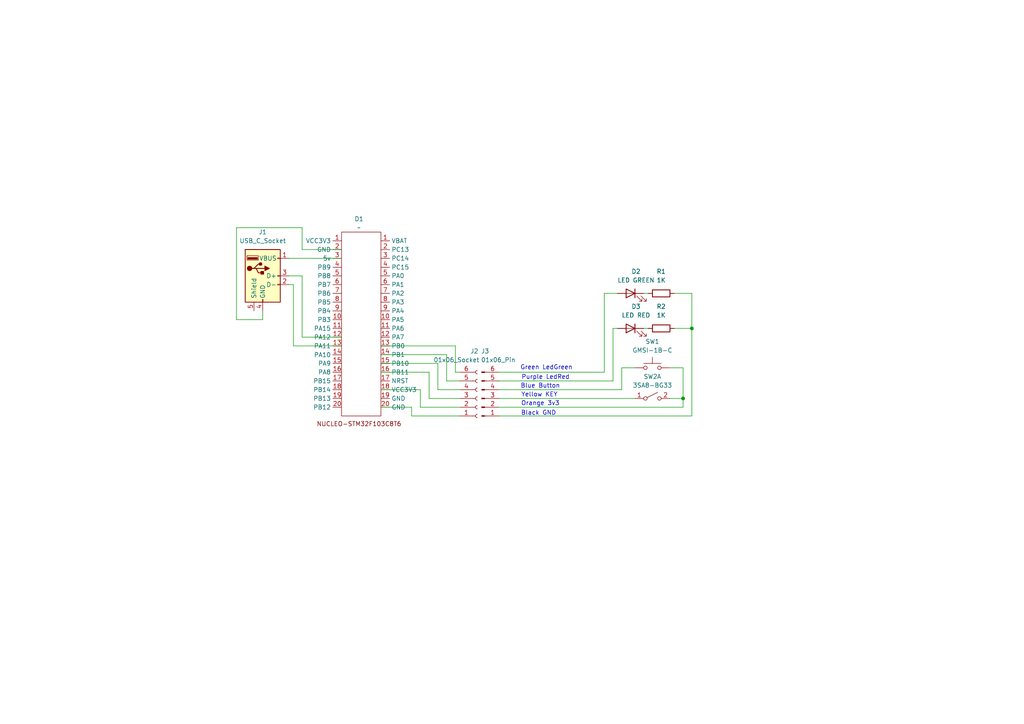
<source format=kicad_sch>
(kicad_sch (version 20250114) (generator "eeschema") (generator_version "9.0")
  (paper "A4")
  (lib_symbols
    (symbol "BLUE_PILL_1"
      (property "Reference" "D" (at -6.858 3.556 0))
      (symbol "BLUE_PILL_1_0_1"
        (rectangle (start -11.43 2.54) (end 0 -50.8))
      )
      (symbol "BLUE_PILL_1_1_1"
        (text "NUCLEO-STM32F103C8T6" (at -5.08 -53.086 0) (effects (font (size 1.27 1.27))))
        (pin input line (at -11.43 0 180) (length 2.54) (name "VBAT") (number "1"))
        (pin input line (at -11.43 -2.54 180) (length 2.54) (name "PC13") (number "2"))
        (pin input line (at -11.43 -5.08 180) (length 2.54) (name "PC14") (number "3"))
        (pin input line (at -11.43 -7.668 180) (length 2.54) (name "PC15") (number "4"))
        (pin input line (at -11.43 -10.16 180) (length 2.54) (name "PA0") (number "5"))
        (pin input line (at -11.43 -12.7 180) (length 2.54) (name "PA1") (number "6"))
        (pin input line (at -11.43 -15.24 180) (length 2.54) (name "PA2") (number "7"))
        (pin input line (at -11.43 -17.78 180) (length 2.54) (name "PA3") (number "8"))
        (pin input line (at -11.43 -20.32 180) (length 2.54) (name "PA4") (number "9"))
        (pin input line (at -11.43 -22.86 180) (length 2.54) (name "PA5") (number "10"))
        (pin input line (at -11.43 -25.4 180) (length 2.54) (name "PA6") (number "11"))
        (pin input line (at -11.43 -27.94 180) (length 2.54) (name "PA7") (number "12"))
        (pin input line (at -11.43 -30.48 180) (length 2.54) (name "PB0") (number "13"))
        (pin input line (at -11.43 -33.02 180) (length 2.54) (name "PB1") (number "14"))
        (pin input line (at -11.43 -35.56 180) (length 2.54) (name "PB10") (number "15"))
        (pin input line (at -11.43 -38.1 180) (length 2.54) (name "PB11") (number "16"))
        (pin input line (at -11.43 -40.64 180) (length 2.54) (name "NRST") (number "17"))
        (pin input line (at -11.43 -43.18 180) (length 2.54) (name "VCC3V3") (number "18"))
        (pin input line (at -11.43 -45.72 180) (length 2.54) (name "GND") (number "19"))
        (pin input line (at -11.43 -48.26 180) (length 2.54) (name "GND") (number "20"))
        (pin input line (at 0 0 0) (length 2.54) (name "VCC3V3") (number "1"))
        (pin input line (at 0 -2.54 0) (length 2.54) (name "GND") (number "2"))
        (pin input line (at 0 -5.08 0) (length 2.54) (name "5v") (number "3"))
        (pin input line (at 0 -7.668 0) (length 2.54) (name "PB9") (number "4"))
        (pin input line (at 0 -10.16 0) (length 2.54) (name "PB8") (number "5"))
        (pin input line (at 0 -12.7 0) (length 2.54) (name "PB7") (number "6"))
        (pin input line (at 0 -15.24 0) (length 2.54) (name "PB6") (number "7"))
        (pin input line (at 0 -17.78 0) (length 2.54) (name "PB5") (number "8"))
        (pin input line (at 0 -20.32 0) (length 2.54) (name "PB4") (number "9"))
        (pin input line (at 0 -22.86 0) (length 2.54) (name "PB3") (number "10"))
        (pin input line (at 0 -25.4 0) (length 2.54) (name "PA15") (number "11"))
        (pin input line (at 0 -27.94 0) (length 2.54) (name "PA12") (number "12"))
        (pin input line (at 0 -30.48 0) (length 2.54) (name "PA11") (number "13"))
        (pin input line (at 0 -33.068 0) (length 2.54) (name "PA10") (number "14"))
        (pin input line (at 0 -35.56 0) (length 2.54) (name "PA9") (number "15"))
        (pin input line (at 0 -38.1 0) (length 2.54) (name "PA8") (number "16"))
        (pin input line (at 0 -40.64 0) (length 2.54) (name "PB15") (number "17"))
        (pin input line (at 0 -43.18 0) (length 2.54) (name "PB14") (number "18"))
        (pin input line (at 0 -45.72 0) (length 2.54) (name "PB13") (number "19"))
        (pin input line (at 0 -48.26 0) (length 2.54) (name "PB12") (number "20"))
      )
    )
    (symbol "Connector:Conn_01x06_Pin" (pin_names (offset 1.016) (hide yes))
      (property "Reference" "J" (at 0 7.62 0))
      (property "Value" "Conn_01x06_Pin" (at 0 -10.16 0))
      (symbol "Conn_01x06_Pin_1_1"
        (rectangle (start 0.8636 5.207) (end 0 4.953) (stroke (width 0.1524)) (fill (type outline)))
        (rectangle (start 0.8636 2.667) (end 0 2.413) (stroke (width 0.1524)) (fill (type outline)))
        (rectangle (start 0.8636 0.127) (end 0 -0.127) (stroke (width 0.1524)) (fill (type outline)))
        (rectangle (start 0.8636 -2.413) (end 0 -2.667) (stroke (width 0.1524)) (fill (type outline)))
        (rectangle (start 0.8636 -4.953) (end 0 -5.207) (stroke (width 0.1524)) (fill (type outline)))
        (rectangle (start 0.8636 -7.493) (end 0 -7.747) (stroke (width 0.1524)) (fill (type outline)))
        (polyline (pts (xy 1.27 5.08) (xy 0.8636 5.08)) (stroke (width 0.1524)))
        (polyline (pts (xy 1.27 2.54) (xy 0.8636 2.54)) (stroke (width 0.1524)))
        (polyline (pts (xy 1.27 0) (xy 0.8636 0)) (stroke (width 0.1524)))
        (polyline (pts (xy 1.27 -2.54) (xy 0.8636 -2.54)) (stroke (width 0.1524)))
        (polyline (pts (xy 1.27 -5.08) (xy 0.8636 -5.08)) (stroke (width 0.1524)))
        (polyline (pts (xy 1.27 -7.62) (xy 0.8636 -7.62)) (stroke (width 0.1524)))
        (pin passive line (at 5.08 5.08 180) (length 3.81) (name "Pin_1") (number "1"))
        (pin passive line (at 5.08 2.54 180) (length 3.81) (name "Pin_2") (number "2"))
        (pin passive line (at 5.08 0 180) (length 3.81) (name "Pin_3") (number "3"))
        (pin passive line (at 5.08 -2.54 180) (length 3.81) (name "Pin_4") (number "4"))
        (pin passive line (at 5.08 -5.08 180) (length 3.81) (name "Pin_5") (number "5"))
        (pin passive line (at 5.08 -7.62 180) (length 3.81) (name "Pin_6") (number "6"))
      )
    )
    (symbol "Connector:Conn_01x06_Socket" (pin_names (offset 1.016) (hide yes))
      (property "Reference" "J" (at 0 7.62 0))
      (property "Value" "Conn_01x06_Socket" (at 0 -10.16 0))
      (symbol "Conn_01x06_Socket_1_1"
        (polyline (pts (xy -1.27 5.08) (xy -0.508 5.08)) (stroke (width 0.1524)))
        (polyline (pts (xy -1.27 2.54) (xy -0.508 2.54)) (stroke (width 0.1524)))
        (polyline (pts (xy -1.27 0) (xy -0.508 0)) (stroke (width 0.1524)))
        (polyline (pts (xy -1.27 -2.54) (xy -0.508 -2.54)) (stroke (width 0.1524)))
        (polyline (pts (xy -1.27 -5.08) (xy -0.508 -5.08)) (stroke (width 0.1524)))
        (polyline (pts (xy -1.27 -7.62) (xy -0.508 -7.62)) (stroke (width 0.1524)))
        (arc (start 0 4.572) (mid -0.5058 5.08) (end 0 5.588) (stroke (width 0.1524)))
        (arc (start 0 2.032) (mid -0.5058 2.54) (end 0 3.048) (stroke (width 0.1524)))
        (arc (start 0 -0.508) (mid -0.5058 0) (end 0 0.508) (stroke (width 0.1524)))
        (arc (start 0 -3.048) (mid -0.5058 -2.54) (end 0 -2.032) (stroke (width 0.1524)))
        (arc (start 0 -5.588) (mid -0.5058 -5.08) (end 0 -4.572) (stroke (width 0.1524)))
        (arc (start 0 -8.128) (mid -0.5058 -7.62) (end 0 -7.112) (stroke (width 0.1524)))
        (pin passive line (at -5.08 5.08 0) (length 3.81) (name "Pin_1") (number "1"))
        (pin passive line (at -5.08 2.54 0) (length 3.81) (name "Pin_2") (number "2"))
        (pin passive line (at -5.08 0 0) (length 3.81) (name "Pin_3") (number "3"))
        (pin passive line (at -5.08 -2.54 0) (length 3.81) (name "Pin_4") (number "4"))
        (pin passive line (at -5.08 -5.08 0) (length 3.81) (name "Pin_5") (number "5"))
        (pin passive line (at -5.08 -7.62 0) (length 3.81) (name "Pin_6") (number "6"))
      )
    )
    (symbol "Connector:USB_A" (pin_names (offset 1.016))
      (property "Reference" "J" (at -5.08 11.43 0))
      (property "Value" "USB_A" (at -5.08 8.89 0))
      (symbol "USB_A_0_1"
        (rectangle (start -5.08 -7.62) (end 5.08 7.62) (stroke (width 0.254)) (fill (type background)))
        (circle (center -3.81 2.159) (radius 0.635) (stroke (width 0.254)) (fill (type outline)))
        (polyline (pts (xy -3.175 2.159) (xy -2.54 2.159) (xy -1.27 3.429) (xy -0.635 3.429)) (stroke (width 0.254)))
        (polyline (pts (xy -2.54 2.159) (xy -1.905 2.159) (xy -1.27 0.889) (xy 0 0.889)) (stroke (width 0.254)))
        (rectangle (start -1.524 4.826) (end -4.318 5.334) (fill (type outline)))
        (rectangle (start -1.27 4.572) (end -4.572 5.842))
        (circle (center -0.635 3.429) (radius 0.381) (stroke (width 0.254)) (fill (type outline)))
        (rectangle (start -0.127 -7.62) (end 0.127 -6.858))
        (rectangle (start 0.254 1.27) (end -0.508 0.508) (stroke (width 0.254)) (fill (type outline)))
        (polyline (pts (xy 0.635 2.794) (xy 0.635 1.524) (xy 1.905 2.159) (xy 0.635 2.794)) (stroke (width 0.254)) (fill (type outline)))
        (rectangle (start 5.08 4.953) (end 4.318 5.207))
        (rectangle (start 5.08 -0.127) (end 4.318 0.127))
        (rectangle (start 5.08 -2.667) (end 4.318 -2.413))
      )
      (symbol "USB_A_1_1"
        (polyline (pts (xy -1.905 2.159) (xy 0.635 2.159)) (stroke (width 0.254)))
        (pin passive line (at -2.54 -10.16 90) (length 2.54) (name "Shield") (number "5"))
        (pin power_in line (at 0 -10.16 90) (length 2.54) (name "GND") (number "4"))
        (pin power_in line (at 7.62 5.08 180) (length 2.54) (name "VBUS") (number "1"))
        (pin bidirectional line (at 7.62 0 180) (length 2.54) (name "D+") (number "3"))
        (pin bidirectional line (at 7.62 -2.54 180) (length 2.54) (name "D-") (number "2"))
      )
    )
    (symbol "Device:LED" (pin_numbers (hide yes)) (pin_names (offset 1.016) (hide yes))
      (property "Reference" "D" (at 0 2.54 0))
      (property "Value" "LED" (at 0 -2.54 0))
      (symbol "LED_0_1"
        (polyline (pts (xy -3.048 -0.762) (xy -4.572 -2.286) (xy -3.81 -2.286) (xy -4.572 -2.286) (xy -4.572 -1.524)))
        (polyline (pts (xy -1.778 -0.762) (xy -3.302 -2.286) (xy -2.54 -2.286) (xy -3.302 -2.286) (xy -3.302 -1.524)))
        (polyline (pts (xy -1.27 0) (xy 1.27 0)))
        (polyline (pts (xy -1.27 -1.27) (xy -1.27 1.27)) (stroke (width 0.254)))
        (polyline (pts (xy 1.27 -1.27) (xy 1.27 1.27) (xy -1.27 0) (xy 1.27 -1.27)) (stroke (width 0.254)))
      )
      (symbol "LED_1_1"
        (pin passive line (at -3.81 0 0) (length 2.54) (name "K") (number "1"))
        (pin passive line (at 3.81 0 180) (length 2.54) (name "A") (number "2"))
      )
    )
    (symbol "Device:R" (pin_numbers (hide yes)) (pin_names (offset 0))
      (property "Reference" "R" (at 2.032 0 90))
      (property "Value" "R" (at 0 0 90))
      (symbol "R_0_1"
        (rectangle (start -1.016 -2.54) (end 1.016 2.54) (stroke (width 0.254)))
      )
      (symbol "R_1_1"
        (pin passive line (at 0 3.81 270) (length 1.27) (name "~") (number "1"))
        (pin passive line (at 0 -3.81 90) (length 1.27) (name "~") (number "2"))
      )
    )
    (symbol "Switch:SW_DPST_x2" (pin_names (offset 0) (hide yes))
      (property "Reference" "SW" (at 0 3.175 0))
      (property "Value" "SW_DPST_x2" (at 0 -2.54 0))
      (symbol "SW_DPST_x2_0_0"
        (circle (center -2.032 0) (radius 0.508))
        (polyline (pts (xy -1.524 0.254) (xy 1.524 1.778)))
        (circle (center 2.032 0) (radius 0.508))
      )
      (symbol "SW_DPST_x2_1_1"
        (pin passive line (at -5.08 0 0) (length 2.54) (name "A") (number "1"))
        (pin passive line (at 5.08 0 180) (length 2.54) (name "B") (number "2"))
      )
      (symbol "SW_DPST_x2_2_1"
        (pin passive line (at -5.08 0 0) (length 2.54) (name "A") (number "3"))
        (pin passive line (at 5.08 0 180) (length 2.54) (name "B") (number "4"))
      )
    )
    (symbol "Switch:SW_Push" (pin_numbers (hide yes)) (pin_names (offset 1.016) (hide yes))
      (property "Reference" "SW" (at 1.27 2.54 0))
      (property "Value" "SW_Push" (at 0 -1.524 0))
      (symbol "SW_Push_0_1"
        (circle (center -2.032 0) (radius 0.508))
        (polyline (pts (xy 0 1.27) (xy 0 3.048)))
        (circle (center 2.032 0) (radius 0.508))
        (polyline (pts (xy 2.54 1.27) (xy -2.54 1.27)))
        (pin passive line (at -5.08 0 0) (length 2.54) (name "1") (number "1"))
        (pin passive line (at 5.08 0 180) (length 2.54) (name "2") (number "2"))
      )
    )
  )
  (text "Yellow KEY" (at 156.464 114.554 0) (effects (font (size 1.27 1.27))))
  (text "Black GND\n" (at 156.21 119.888 0) (effects (font (size 1.27 1.27))))
  (text "Blue Button\n" (at 156.718 112.014 0) (effects (font (size 1.27 1.27))))
  (text "Purple LedRed\n" (at 158.242 109.474 0) (effects (font (size 1.27 1.27))))
  (text "Green LedGreen" (at 158.496 106.68 0) (effects (font (size 1.27 1.27))))
  (text "Orange 3v3\n" (at 156.718 117.094 0) (effects (font (size 1.27 1.27))))
  (junction (at 200.66 95.25))
  (junction (at 198.12 115.57))
  (wire (pts (xy 200.66 120.65) (xy 200.66 95.25)))
  (wire (pts (xy 87.63 80.01) (xy 87.63 97.79)))
  (wire (pts (xy 200.66 85.09) (xy 195.58 85.09)))
  (wire (pts (xy 68.58 92.71) (xy 76.2 92.71)))
  (wire (pts (xy 110.49 107.95) (xy 124.46 107.95)))
  (wire (pts (xy 110.49 102.87) (xy 129.54 102.87)))
  (wire (pts (xy 124.46 107.95) (xy 124.46 115.57)))
  (wire (pts (xy 121.92 118.11) (xy 133.35 118.11)))
  (wire (pts (xy 198.12 118.11) (xy 144.78 118.11)))
  (wire (pts (xy 87.63 97.79) (xy 99.06 97.79)))
  (wire (pts (xy 133.35 110.49) (xy 129.54 110.49)))
  (wire (pts (xy 177.8 95.25) (xy 177.8 110.49)))
  (wire (pts (xy 85.09 82.55) (xy 83.82 82.55)))
  (wire (pts (xy 175.26 85.09) (xy 175.26 107.95)))
  (wire (pts (xy 110.49 105.41) (xy 127 105.41)))
  (wire (pts (xy 200.66 85.09) (xy 200.66 95.25)))
  (wire (pts (xy 187.96 95.25) (xy 186.69 95.25)))
  (wire (pts (xy 179.07 95.25) (xy 177.8 95.25)))
  (wire (pts (xy 127 113.03) (xy 133.35 113.03)))
  (wire (pts (xy 175.26 107.95) (xy 144.78 107.95)))
  (wire (pts (xy 180.34 106.68) (xy 180.34 113.03)))
  (wire (pts (xy 87.63 72.39) (xy 99.06 72.39)))
  (wire (pts (xy 110.49 113.03) (xy 121.92 113.03)))
  (wire (pts (xy 83.82 74.93) (xy 99.06 74.93)))
  (wire (pts (xy 198.12 106.68) (xy 198.12 115.57)))
  (wire (pts (xy 85.09 100.33) (xy 99.06 100.33)))
  (wire (pts (xy 121.92 113.03) (xy 121.92 118.11)))
  (wire (pts (xy 127 105.41) (xy 127 113.03)))
  (wire (pts (xy 83.82 80.01) (xy 87.63 80.01)))
  (wire (pts (xy 177.8 110.49) (xy 144.78 110.49)))
  (wire (pts (xy 119.38 118.11) (xy 110.49 118.11)))
  (wire (pts (xy 187.96 85.09) (xy 186.69 85.09)))
  (wire (pts (xy 68.58 66.04) (xy 87.63 66.04)))
  (wire (pts (xy 119.38 120.65) (xy 133.35 120.65)))
  (wire (pts (xy 133.35 107.95) (xy 132.08 107.95)))
  (wire (pts (xy 200.66 120.65) (xy 144.78 120.65)))
  (wire (pts (xy 179.07 85.09) (xy 175.26 85.09)))
  (wire (pts (xy 198.12 115.57) (xy 198.12 118.11)))
  (wire (pts (xy 85.09 82.55) (xy 85.09 100.33)))
  (wire (pts (xy 76.2 92.71) (xy 76.2 90.17)))
  (wire (pts (xy 68.58 66.04) (xy 68.58 92.71)))
  (wire (pts (xy 87.63 66.04) (xy 87.63 72.39)))
  (wire (pts (xy 200.66 95.25) (xy 195.58 95.25)))
  (wire (pts (xy 132.08 107.95) (xy 132.08 100.33)))
  (wire (pts (xy 144.78 115.57) (xy 184.15 115.57)))
  (wire (pts (xy 180.34 106.68) (xy 184.15 106.68)))
  (wire (pts (xy 180.34 113.03) (xy 144.78 113.03)))
  (wire (pts (xy 110.49 100.33) (xy 132.08 100.33)))
  (wire (pts (xy 119.38 120.65) (xy 119.38 118.11)))
  (wire (pts (xy 124.46 115.57) (xy 133.35 115.57)))
  (wire (pts (xy 194.31 115.57) (xy 198.12 115.57)))
  (wire (pts (xy 129.54 110.49) (xy 129.54 102.87)))
  (wire (pts (xy 198.12 106.68) (xy 194.31 106.68)))
  (symbol (lib_id "Device:R") (at 191.77 85.09 270) (unit 1)
    (property "Reference" "R1" (at 191.77 78.74 90))
    (property "Value" "1K" (at 191.77 81.28 90))
    (property "Description" "Resistor" (effects (hide yes)))
  )
  (symbol (lib_id "Switch:SW_DPST_x2") (at 189.23 115.57 0) (unit 1)
    (property "Reference" "SW2" (at 189.23 109.22 0))
    (property "Value" "3SA8-BG33" (at 189.23 111.76 0))
    (property "Description" "Single Pole Single Throw (SPST) switch, separate symbol" (effects (hide yes)))
  )
  (symbol (lib_id "Connector:Conn_01x06_Pin") (at 139.7 115.57 0) (mirror x) (unit 1)
    (property "Reference" "J3" (at 140.716 101.854 0))
    (property "Value" "01x06_Pin" (at 144.526 104.394 0))
    (property "Description" "Generic connector, single row, 01x06, script generated" (effects (hide yes)))
  )
  (symbol (lib_id "Device:LED") (at 182.88 85.09 0) (mirror y) (unit 1)
    (property "Reference" "D2" (at 184.4675 78.74 0))
    (property "Value" "LED GREEN" (at 184.4675 81.28 0))
    (property "Description" "Light emitting diode" (effects (hide yes)))
    (property "Sim.Pins" "1=K 2=A" (effects (hide yes)))
  )
  (symbol (lib_id "Switch:SW_Push") (at 189.23 106.68 0) (unit 1)
    (property "Reference" "SW1" (at 189.23 99.06 0))
    (property "Value" "GMSI-1B-C" (at 189.23 101.6 0))
    (property "Description" "Push button switch, generic, two pins" (effects (hide yes)))
  )
  (symbol (lib_id "Device:R") (at 191.77 95.25 270) (unit 1)
    (property "Reference" "R2" (at 191.77 88.9 90))
    (property "Value" "1K" (at 191.77 91.44 90))
    (property "Description" "Resistor" (effects (hide yes)))
  )
  (symbol (lib_name "BLUE_PILL_1") (lib_id "omgKicadLib:BLUE_PILL") (at 99.06 69.85 0) (mirror y) (unit 1)
    (property "Reference" "D1" (at 104.14 63.5 0))
    (property "Value" "~" (at 104.14 66.04 0))
  )
  (symbol (lib_id "Connector:Conn_01x06_Socket") (at 138.43 115.57 0) (mirror x) (unit 1)
    (property "Reference" "J2" (at 136.398 101.854 0) (effects (justify left)))
    (property "Value" "01x06_Socket" (at 125.73 104.394 0) (effects (justify left)))
    (property "Description" "Generic connector, single row, 01x06, script generated" (effects (hide yes)))
  )
  (symbol (lib_id "Device:LED") (at 182.88 95.25 0) (mirror y) (unit 1)
    (property "Reference" "D3" (at 184.4675 88.9 0))
    (property "Value" "LED RED" (at 184.4675 91.44 0))
    (property "Description" "Light emitting diode" (effects (hide yes)))
    (property "Sim.Pins" "1=K 2=A" (effects (hide yes)))
  )
  (symbol (lib_id "Connector:USB_A") (at 76.2 80.01 0) (unit 1)
    (property "Reference" "J1" (at 76.2 67.31 0))
    (property "Value" "USB_C_Socket" (at 76.2 69.85 0))
    (property "Description" "USB Type A connector" (effects (hide yes)))
  )
)
</source>
